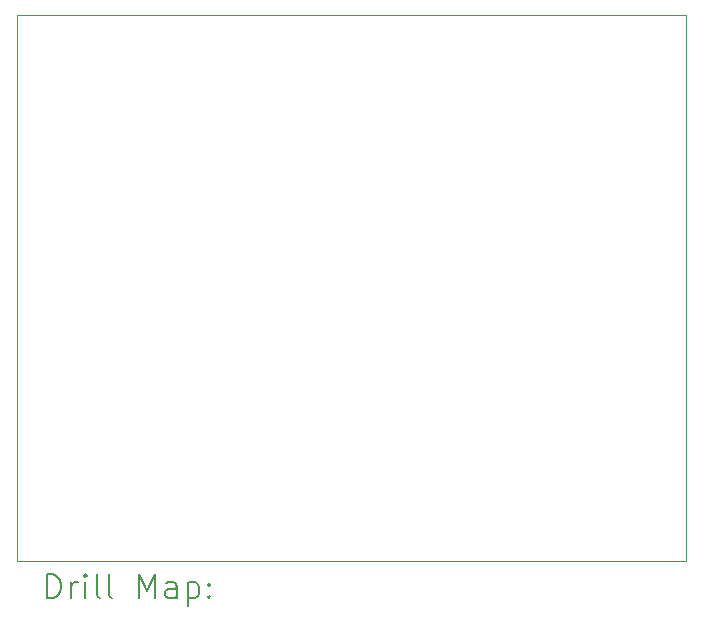
<source format=gbr>
%FSLAX45Y45*%
G04 Gerber Fmt 4.5, Leading zero omitted, Abs format (unit mm)*
G04 Created by KiCad (PCBNEW (6.0.2)) date 2022-03-08 21:55:43*
%MOMM*%
%LPD*%
G01*
G04 APERTURE LIST*
%TA.AperFunction,Profile*%
%ADD10C,0.100000*%
%TD*%
%ADD11C,0.200000*%
G04 APERTURE END LIST*
D10*
X9347200Y-5334000D02*
X15011400Y-5334000D01*
X15011400Y-5334000D02*
X15011400Y-9956800D01*
X15011400Y-9956800D02*
X9347200Y-9956800D01*
X9347200Y-9956800D02*
X9347200Y-5334000D01*
D11*
X9599819Y-10272276D02*
X9599819Y-10072276D01*
X9647438Y-10072276D01*
X9676010Y-10081800D01*
X9695057Y-10100848D01*
X9704581Y-10119895D01*
X9714105Y-10157990D01*
X9714105Y-10186562D01*
X9704581Y-10224657D01*
X9695057Y-10243705D01*
X9676010Y-10262752D01*
X9647438Y-10272276D01*
X9599819Y-10272276D01*
X9799819Y-10272276D02*
X9799819Y-10138943D01*
X9799819Y-10177038D02*
X9809343Y-10157990D01*
X9818867Y-10148467D01*
X9837914Y-10138943D01*
X9856962Y-10138943D01*
X9923629Y-10272276D02*
X9923629Y-10138943D01*
X9923629Y-10072276D02*
X9914105Y-10081800D01*
X9923629Y-10091324D01*
X9933152Y-10081800D01*
X9923629Y-10072276D01*
X9923629Y-10091324D01*
X10047438Y-10272276D02*
X10028390Y-10262752D01*
X10018867Y-10243705D01*
X10018867Y-10072276D01*
X10152200Y-10272276D02*
X10133152Y-10262752D01*
X10123629Y-10243705D01*
X10123629Y-10072276D01*
X10380771Y-10272276D02*
X10380771Y-10072276D01*
X10447438Y-10215133D01*
X10514105Y-10072276D01*
X10514105Y-10272276D01*
X10695057Y-10272276D02*
X10695057Y-10167514D01*
X10685533Y-10148467D01*
X10666486Y-10138943D01*
X10628390Y-10138943D01*
X10609343Y-10148467D01*
X10695057Y-10262752D02*
X10676010Y-10272276D01*
X10628390Y-10272276D01*
X10609343Y-10262752D01*
X10599819Y-10243705D01*
X10599819Y-10224657D01*
X10609343Y-10205610D01*
X10628390Y-10196086D01*
X10676010Y-10196086D01*
X10695057Y-10186562D01*
X10790295Y-10138943D02*
X10790295Y-10338943D01*
X10790295Y-10148467D02*
X10809343Y-10138943D01*
X10847438Y-10138943D01*
X10866486Y-10148467D01*
X10876010Y-10157990D01*
X10885533Y-10177038D01*
X10885533Y-10234181D01*
X10876010Y-10253229D01*
X10866486Y-10262752D01*
X10847438Y-10272276D01*
X10809343Y-10272276D01*
X10790295Y-10262752D01*
X10971248Y-10253229D02*
X10980771Y-10262752D01*
X10971248Y-10272276D01*
X10961724Y-10262752D01*
X10971248Y-10253229D01*
X10971248Y-10272276D01*
X10971248Y-10148467D02*
X10980771Y-10157990D01*
X10971248Y-10167514D01*
X10961724Y-10157990D01*
X10971248Y-10148467D01*
X10971248Y-10167514D01*
M02*

</source>
